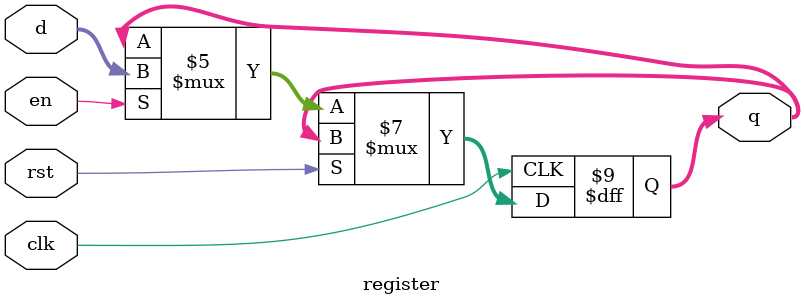
<source format=v>
module register(d, clk, en, rst, q);
		input [15:0] d;
		input clk, rst, en;
		output reg [15:0] q;
		
		parameter num_bits = 16;
		
		always @ (posedge clk or posedge rst) begin
			if (rst == 1'b1)
				q_out <= {num_bits{1'b0}};
			else begin
				if (en == 1'b1)
					q <= d;
				else
					q <= q;
			end
		end

endmodule

</source>
